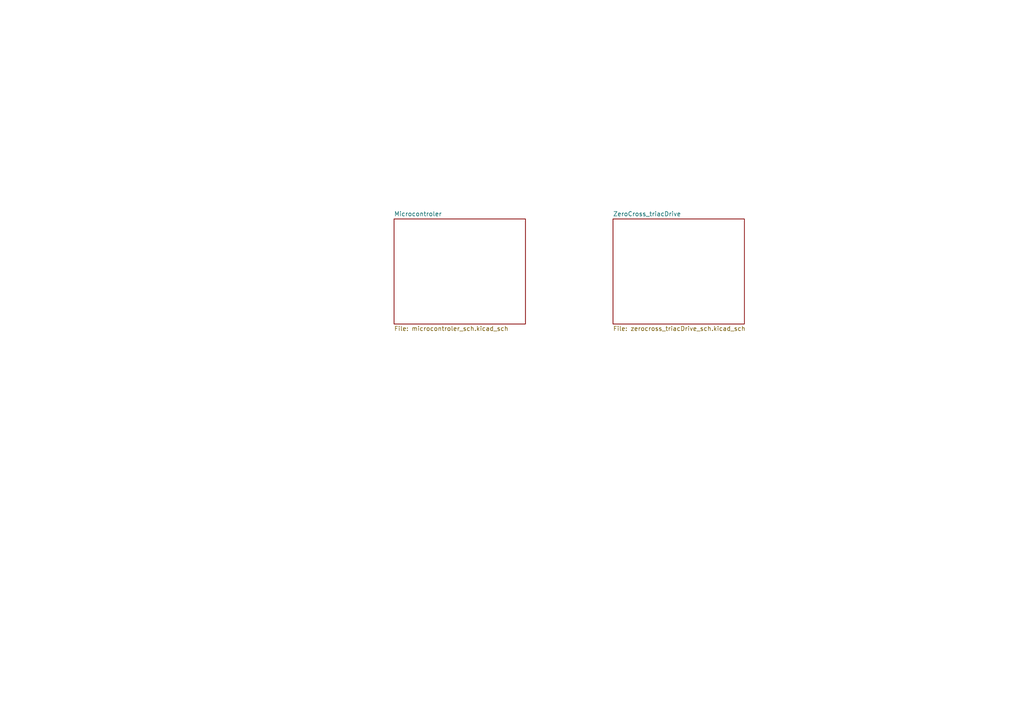
<source format=kicad_sch>
(kicad_sch (version 20211123) (generator eeschema)
  (paper "A4")
  (lib_symbols)
  (sheet (at 114.3 63.5) (size 38.1 30.48) (stroke (width 0.1524))
    (property "Sheet name" "Microcontroler" (at 114.3 62.7884 0) (effects (justify left bottom)))
    (property "Sheet file" "microcontroler_sch.kicad_sch" (at 114.3 94.5646 0) (effects (justify left top)))
  )
  (sheet (at 177.8 63.5) (size 38.1 30.48) (stroke (width 0.1524))
    (property "Sheet name" "ZeroCross_triacDrive" (at 177.8 62.7884 0) (effects (justify left bottom)))
    (property "Sheet file" "zerocross_triacDrive_sch.kicad_sch" (at 177.8 94.5646 0) (effects (justify left top)))
  )
)
</source>
